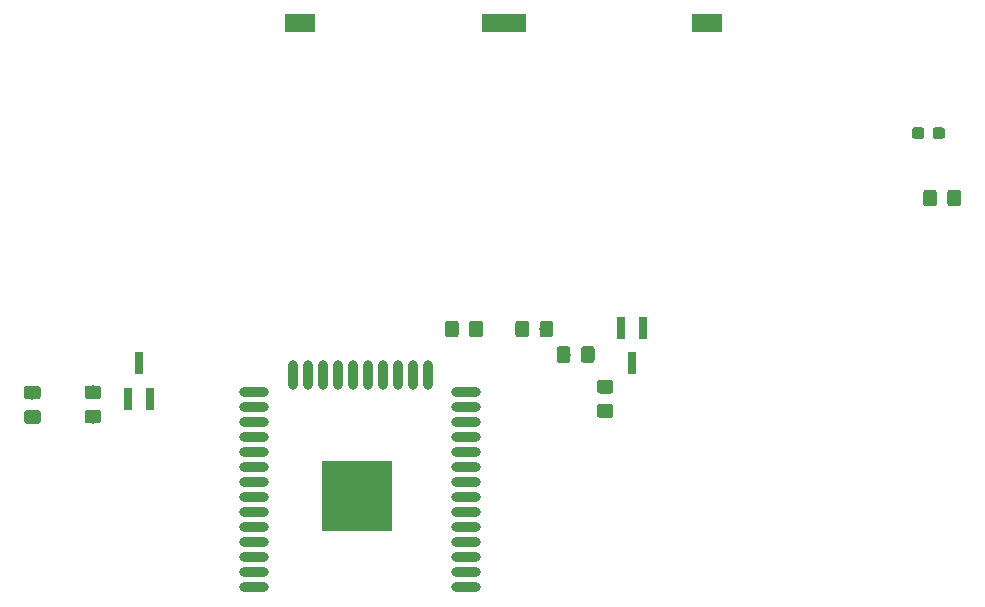
<source format=gbr>
G04 #@! TF.GenerationSoftware,KiCad,Pcbnew,(5.0.0)*
G04 #@! TF.CreationDate,2018-08-08T12:39:13+01:00*
G04 #@! TF.ProjectId,domenode,646F6D656E6F64652E6B696361645F70,rev?*
G04 #@! TF.SameCoordinates,Original*
G04 #@! TF.FileFunction,Paste,Bot*
G04 #@! TF.FilePolarity,Positive*
%FSLAX46Y46*%
G04 Gerber Fmt 4.6, Leading zero omitted, Abs format (unit mm)*
G04 Created by KiCad (PCBNEW (5.0.0)) date 08/08/18 12:39:15*
%MOMM*%
%LPD*%
G01*
G04 APERTURE LIST*
%ADD10R,2.540000X1.524000*%
%ADD11O,2.500000X0.900000*%
%ADD12O,0.900000X2.500000*%
%ADD13R,6.000000X6.000000*%
%ADD14C,0.100000*%
%ADD15C,0.950000*%
%ADD16C,1.150000*%
%ADD17R,0.800000X1.900000*%
G04 APERTURE END LIST*
D10*
G04 #@! TO.C,J19*
X147810000Y-90422000D03*
X131205000Y-90422000D03*
G04 #@! TD*
G04 #@! TO.C,J20*
X165594000Y-90422000D03*
X148989000Y-90422000D03*
G04 #@! TD*
D11*
G04 #@! TO.C,U3*
X145250000Y-138200000D03*
X145250000Y-136930000D03*
X145250000Y-135660000D03*
X145250000Y-134390000D03*
X145250000Y-133120000D03*
X145250000Y-131850000D03*
X145250000Y-130580000D03*
X145250000Y-129310000D03*
X145250000Y-128040000D03*
X145250000Y-126770000D03*
X145250000Y-125500000D03*
X145250000Y-124230000D03*
X145250000Y-122960000D03*
X145250000Y-121690000D03*
D12*
X141965000Y-120200000D03*
X140695000Y-120200000D03*
X139425000Y-120200000D03*
X138155000Y-120200000D03*
X136885000Y-120200000D03*
X135615000Y-120200000D03*
X134345000Y-120200000D03*
X133075000Y-120200000D03*
X131805000Y-120200000D03*
X130535000Y-120200000D03*
D11*
X127250000Y-121690000D03*
X127250000Y-122960000D03*
X127250000Y-124230000D03*
X127250000Y-125500000D03*
X127250000Y-126770000D03*
X127250000Y-128040000D03*
X127250000Y-129310000D03*
X127250000Y-130580000D03*
X127250000Y-131850000D03*
X127250000Y-133120000D03*
X127250000Y-134390000D03*
X127250000Y-135660000D03*
X127250000Y-136930000D03*
X127250000Y-138200000D03*
D13*
X135950000Y-130500000D03*
G04 #@! TD*
D14*
G04 #@! TO.C,C14*
G36*
X183810779Y-99276144D02*
X183833834Y-99279563D01*
X183856443Y-99285227D01*
X183878387Y-99293079D01*
X183899457Y-99303044D01*
X183919448Y-99315026D01*
X183938168Y-99328910D01*
X183955438Y-99344562D01*
X183971090Y-99361832D01*
X183984974Y-99380552D01*
X183996956Y-99400543D01*
X184006921Y-99421613D01*
X184014773Y-99443557D01*
X184020437Y-99466166D01*
X184023856Y-99489221D01*
X184025000Y-99512500D01*
X184025000Y-99987500D01*
X184023856Y-100010779D01*
X184020437Y-100033834D01*
X184014773Y-100056443D01*
X184006921Y-100078387D01*
X183996956Y-100099457D01*
X183984974Y-100119448D01*
X183971090Y-100138168D01*
X183955438Y-100155438D01*
X183938168Y-100171090D01*
X183919448Y-100184974D01*
X183899457Y-100196956D01*
X183878387Y-100206921D01*
X183856443Y-100214773D01*
X183833834Y-100220437D01*
X183810779Y-100223856D01*
X183787500Y-100225000D01*
X183212500Y-100225000D01*
X183189221Y-100223856D01*
X183166166Y-100220437D01*
X183143557Y-100214773D01*
X183121613Y-100206921D01*
X183100543Y-100196956D01*
X183080552Y-100184974D01*
X183061832Y-100171090D01*
X183044562Y-100155438D01*
X183028910Y-100138168D01*
X183015026Y-100119448D01*
X183003044Y-100099457D01*
X182993079Y-100078387D01*
X182985227Y-100056443D01*
X182979563Y-100033834D01*
X182976144Y-100010779D01*
X182975000Y-99987500D01*
X182975000Y-99512500D01*
X182976144Y-99489221D01*
X182979563Y-99466166D01*
X182985227Y-99443557D01*
X182993079Y-99421613D01*
X183003044Y-99400543D01*
X183015026Y-99380552D01*
X183028910Y-99361832D01*
X183044562Y-99344562D01*
X183061832Y-99328910D01*
X183080552Y-99315026D01*
X183100543Y-99303044D01*
X183121613Y-99293079D01*
X183143557Y-99285227D01*
X183166166Y-99279563D01*
X183189221Y-99276144D01*
X183212500Y-99275000D01*
X183787500Y-99275000D01*
X183810779Y-99276144D01*
X183810779Y-99276144D01*
G37*
D15*
X183500000Y-99750000D03*
D14*
G36*
X185560779Y-99276144D02*
X185583834Y-99279563D01*
X185606443Y-99285227D01*
X185628387Y-99293079D01*
X185649457Y-99303044D01*
X185669448Y-99315026D01*
X185688168Y-99328910D01*
X185705438Y-99344562D01*
X185721090Y-99361832D01*
X185734974Y-99380552D01*
X185746956Y-99400543D01*
X185756921Y-99421613D01*
X185764773Y-99443557D01*
X185770437Y-99466166D01*
X185773856Y-99489221D01*
X185775000Y-99512500D01*
X185775000Y-99987500D01*
X185773856Y-100010779D01*
X185770437Y-100033834D01*
X185764773Y-100056443D01*
X185756921Y-100078387D01*
X185746956Y-100099457D01*
X185734974Y-100119448D01*
X185721090Y-100138168D01*
X185705438Y-100155438D01*
X185688168Y-100171090D01*
X185669448Y-100184974D01*
X185649457Y-100196956D01*
X185628387Y-100206921D01*
X185606443Y-100214773D01*
X185583834Y-100220437D01*
X185560779Y-100223856D01*
X185537500Y-100225000D01*
X184962500Y-100225000D01*
X184939221Y-100223856D01*
X184916166Y-100220437D01*
X184893557Y-100214773D01*
X184871613Y-100206921D01*
X184850543Y-100196956D01*
X184830552Y-100184974D01*
X184811832Y-100171090D01*
X184794562Y-100155438D01*
X184778910Y-100138168D01*
X184765026Y-100119448D01*
X184753044Y-100099457D01*
X184743079Y-100078387D01*
X184735227Y-100056443D01*
X184729563Y-100033834D01*
X184726144Y-100010779D01*
X184725000Y-99987500D01*
X184725000Y-99512500D01*
X184726144Y-99489221D01*
X184729563Y-99466166D01*
X184735227Y-99443557D01*
X184743079Y-99421613D01*
X184753044Y-99400543D01*
X184765026Y-99380552D01*
X184778910Y-99361832D01*
X184794562Y-99344562D01*
X184811832Y-99328910D01*
X184830552Y-99315026D01*
X184850543Y-99303044D01*
X184871613Y-99293079D01*
X184893557Y-99285227D01*
X184916166Y-99279563D01*
X184939221Y-99276144D01*
X184962500Y-99275000D01*
X185537500Y-99275000D01*
X185560779Y-99276144D01*
X185560779Y-99276144D01*
G37*
D15*
X185250000Y-99750000D03*
G04 #@! TD*
D14*
G04 #@! TO.C,R1*
G36*
X144367505Y-115633204D02*
X144391773Y-115636804D01*
X144415572Y-115642765D01*
X144438671Y-115651030D01*
X144460850Y-115661520D01*
X144481893Y-115674132D01*
X144501599Y-115688747D01*
X144519777Y-115705223D01*
X144536253Y-115723401D01*
X144550868Y-115743107D01*
X144563480Y-115764150D01*
X144573970Y-115786329D01*
X144582235Y-115809428D01*
X144588196Y-115833227D01*
X144591796Y-115857495D01*
X144593000Y-115881999D01*
X144593000Y-116782001D01*
X144591796Y-116806505D01*
X144588196Y-116830773D01*
X144582235Y-116854572D01*
X144573970Y-116877671D01*
X144563480Y-116899850D01*
X144550868Y-116920893D01*
X144536253Y-116940599D01*
X144519777Y-116958777D01*
X144501599Y-116975253D01*
X144481893Y-116989868D01*
X144460850Y-117002480D01*
X144438671Y-117012970D01*
X144415572Y-117021235D01*
X144391773Y-117027196D01*
X144367505Y-117030796D01*
X144343001Y-117032000D01*
X143692999Y-117032000D01*
X143668495Y-117030796D01*
X143644227Y-117027196D01*
X143620428Y-117021235D01*
X143597329Y-117012970D01*
X143575150Y-117002480D01*
X143554107Y-116989868D01*
X143534401Y-116975253D01*
X143516223Y-116958777D01*
X143499747Y-116940599D01*
X143485132Y-116920893D01*
X143472520Y-116899850D01*
X143462030Y-116877671D01*
X143453765Y-116854572D01*
X143447804Y-116830773D01*
X143444204Y-116806505D01*
X143443000Y-116782001D01*
X143443000Y-115881999D01*
X143444204Y-115857495D01*
X143447804Y-115833227D01*
X143453765Y-115809428D01*
X143462030Y-115786329D01*
X143472520Y-115764150D01*
X143485132Y-115743107D01*
X143499747Y-115723401D01*
X143516223Y-115705223D01*
X143534401Y-115688747D01*
X143554107Y-115674132D01*
X143575150Y-115661520D01*
X143597329Y-115651030D01*
X143620428Y-115642765D01*
X143644227Y-115636804D01*
X143668495Y-115633204D01*
X143692999Y-115632000D01*
X144343001Y-115632000D01*
X144367505Y-115633204D01*
X144367505Y-115633204D01*
G37*
D16*
X144018000Y-116332000D03*
D14*
G36*
X146417505Y-115633204D02*
X146441773Y-115636804D01*
X146465572Y-115642765D01*
X146488671Y-115651030D01*
X146510850Y-115661520D01*
X146531893Y-115674132D01*
X146551599Y-115688747D01*
X146569777Y-115705223D01*
X146586253Y-115723401D01*
X146600868Y-115743107D01*
X146613480Y-115764150D01*
X146623970Y-115786329D01*
X146632235Y-115809428D01*
X146638196Y-115833227D01*
X146641796Y-115857495D01*
X146643000Y-115881999D01*
X146643000Y-116782001D01*
X146641796Y-116806505D01*
X146638196Y-116830773D01*
X146632235Y-116854572D01*
X146623970Y-116877671D01*
X146613480Y-116899850D01*
X146600868Y-116920893D01*
X146586253Y-116940599D01*
X146569777Y-116958777D01*
X146551599Y-116975253D01*
X146531893Y-116989868D01*
X146510850Y-117002480D01*
X146488671Y-117012970D01*
X146465572Y-117021235D01*
X146441773Y-117027196D01*
X146417505Y-117030796D01*
X146393001Y-117032000D01*
X145742999Y-117032000D01*
X145718495Y-117030796D01*
X145694227Y-117027196D01*
X145670428Y-117021235D01*
X145647329Y-117012970D01*
X145625150Y-117002480D01*
X145604107Y-116989868D01*
X145584401Y-116975253D01*
X145566223Y-116958777D01*
X145549747Y-116940599D01*
X145535132Y-116920893D01*
X145522520Y-116899850D01*
X145512030Y-116877671D01*
X145503765Y-116854572D01*
X145497804Y-116830773D01*
X145494204Y-116806505D01*
X145493000Y-116782001D01*
X145493000Y-115881999D01*
X145494204Y-115857495D01*
X145497804Y-115833227D01*
X145503765Y-115809428D01*
X145512030Y-115786329D01*
X145522520Y-115764150D01*
X145535132Y-115743107D01*
X145549747Y-115723401D01*
X145566223Y-115705223D01*
X145584401Y-115688747D01*
X145604107Y-115674132D01*
X145625150Y-115661520D01*
X145647329Y-115651030D01*
X145670428Y-115642765D01*
X145694227Y-115636804D01*
X145718495Y-115633204D01*
X145742999Y-115632000D01*
X146393001Y-115632000D01*
X146417505Y-115633204D01*
X146417505Y-115633204D01*
G37*
D16*
X146068000Y-116332000D03*
G04 #@! TD*
D14*
G04 #@! TO.C,R2*
G36*
X108974505Y-123201204D02*
X108998773Y-123204804D01*
X109022572Y-123210765D01*
X109045671Y-123219030D01*
X109067850Y-123229520D01*
X109088893Y-123242132D01*
X109108599Y-123256747D01*
X109126777Y-123273223D01*
X109143253Y-123291401D01*
X109157868Y-123311107D01*
X109170480Y-123332150D01*
X109180970Y-123354329D01*
X109189235Y-123377428D01*
X109195196Y-123401227D01*
X109198796Y-123425495D01*
X109200000Y-123449999D01*
X109200000Y-124100001D01*
X109198796Y-124124505D01*
X109195196Y-124148773D01*
X109189235Y-124172572D01*
X109180970Y-124195671D01*
X109170480Y-124217850D01*
X109157868Y-124238893D01*
X109143253Y-124258599D01*
X109126777Y-124276777D01*
X109108599Y-124293253D01*
X109088893Y-124307868D01*
X109067850Y-124320480D01*
X109045671Y-124330970D01*
X109022572Y-124339235D01*
X108998773Y-124345196D01*
X108974505Y-124348796D01*
X108950001Y-124350000D01*
X108049999Y-124350000D01*
X108025495Y-124348796D01*
X108001227Y-124345196D01*
X107977428Y-124339235D01*
X107954329Y-124330970D01*
X107932150Y-124320480D01*
X107911107Y-124307868D01*
X107891401Y-124293253D01*
X107873223Y-124276777D01*
X107856747Y-124258599D01*
X107842132Y-124238893D01*
X107829520Y-124217850D01*
X107819030Y-124195671D01*
X107810765Y-124172572D01*
X107804804Y-124148773D01*
X107801204Y-124124505D01*
X107800000Y-124100001D01*
X107800000Y-123449999D01*
X107801204Y-123425495D01*
X107804804Y-123401227D01*
X107810765Y-123377428D01*
X107819030Y-123354329D01*
X107829520Y-123332150D01*
X107842132Y-123311107D01*
X107856747Y-123291401D01*
X107873223Y-123273223D01*
X107891401Y-123256747D01*
X107911107Y-123242132D01*
X107932150Y-123229520D01*
X107954329Y-123219030D01*
X107977428Y-123210765D01*
X108001227Y-123204804D01*
X108025495Y-123201204D01*
X108049999Y-123200000D01*
X108950001Y-123200000D01*
X108974505Y-123201204D01*
X108974505Y-123201204D01*
G37*
D16*
X108500000Y-123775000D03*
D14*
G36*
X108974505Y-121151204D02*
X108998773Y-121154804D01*
X109022572Y-121160765D01*
X109045671Y-121169030D01*
X109067850Y-121179520D01*
X109088893Y-121192132D01*
X109108599Y-121206747D01*
X109126777Y-121223223D01*
X109143253Y-121241401D01*
X109157868Y-121261107D01*
X109170480Y-121282150D01*
X109180970Y-121304329D01*
X109189235Y-121327428D01*
X109195196Y-121351227D01*
X109198796Y-121375495D01*
X109200000Y-121399999D01*
X109200000Y-122050001D01*
X109198796Y-122074505D01*
X109195196Y-122098773D01*
X109189235Y-122122572D01*
X109180970Y-122145671D01*
X109170480Y-122167850D01*
X109157868Y-122188893D01*
X109143253Y-122208599D01*
X109126777Y-122226777D01*
X109108599Y-122243253D01*
X109088893Y-122257868D01*
X109067850Y-122270480D01*
X109045671Y-122280970D01*
X109022572Y-122289235D01*
X108998773Y-122295196D01*
X108974505Y-122298796D01*
X108950001Y-122300000D01*
X108049999Y-122300000D01*
X108025495Y-122298796D01*
X108001227Y-122295196D01*
X107977428Y-122289235D01*
X107954329Y-122280970D01*
X107932150Y-122270480D01*
X107911107Y-122257868D01*
X107891401Y-122243253D01*
X107873223Y-122226777D01*
X107856747Y-122208599D01*
X107842132Y-122188893D01*
X107829520Y-122167850D01*
X107819030Y-122145671D01*
X107810765Y-122122572D01*
X107804804Y-122098773D01*
X107801204Y-122074505D01*
X107800000Y-122050001D01*
X107800000Y-121399999D01*
X107801204Y-121375495D01*
X107804804Y-121351227D01*
X107810765Y-121327428D01*
X107819030Y-121304329D01*
X107829520Y-121282150D01*
X107842132Y-121261107D01*
X107856747Y-121241401D01*
X107873223Y-121223223D01*
X107891401Y-121206747D01*
X107911107Y-121192132D01*
X107932150Y-121179520D01*
X107954329Y-121169030D01*
X107977428Y-121160765D01*
X108001227Y-121154804D01*
X108025495Y-121151204D01*
X108049999Y-121150000D01*
X108950001Y-121150000D01*
X108974505Y-121151204D01*
X108974505Y-121151204D01*
G37*
D16*
X108500000Y-121725000D03*
G04 #@! TD*
D14*
G04 #@! TO.C,R3*
G36*
X114093505Y-123176204D02*
X114117773Y-123179804D01*
X114141572Y-123185765D01*
X114164671Y-123194030D01*
X114186850Y-123204520D01*
X114207893Y-123217132D01*
X114227599Y-123231747D01*
X114245777Y-123248223D01*
X114262253Y-123266401D01*
X114276868Y-123286107D01*
X114289480Y-123307150D01*
X114299970Y-123329329D01*
X114308235Y-123352428D01*
X114314196Y-123376227D01*
X114317796Y-123400495D01*
X114319000Y-123424999D01*
X114319000Y-124075001D01*
X114317796Y-124099505D01*
X114314196Y-124123773D01*
X114308235Y-124147572D01*
X114299970Y-124170671D01*
X114289480Y-124192850D01*
X114276868Y-124213893D01*
X114262253Y-124233599D01*
X114245777Y-124251777D01*
X114227599Y-124268253D01*
X114207893Y-124282868D01*
X114186850Y-124295480D01*
X114164671Y-124305970D01*
X114141572Y-124314235D01*
X114117773Y-124320196D01*
X114093505Y-124323796D01*
X114069001Y-124325000D01*
X113168999Y-124325000D01*
X113144495Y-124323796D01*
X113120227Y-124320196D01*
X113096428Y-124314235D01*
X113073329Y-124305970D01*
X113051150Y-124295480D01*
X113030107Y-124282868D01*
X113010401Y-124268253D01*
X112992223Y-124251777D01*
X112975747Y-124233599D01*
X112961132Y-124213893D01*
X112948520Y-124192850D01*
X112938030Y-124170671D01*
X112929765Y-124147572D01*
X112923804Y-124123773D01*
X112920204Y-124099505D01*
X112919000Y-124075001D01*
X112919000Y-123424999D01*
X112920204Y-123400495D01*
X112923804Y-123376227D01*
X112929765Y-123352428D01*
X112938030Y-123329329D01*
X112948520Y-123307150D01*
X112961132Y-123286107D01*
X112975747Y-123266401D01*
X112992223Y-123248223D01*
X113010401Y-123231747D01*
X113030107Y-123217132D01*
X113051150Y-123204520D01*
X113073329Y-123194030D01*
X113096428Y-123185765D01*
X113120227Y-123179804D01*
X113144495Y-123176204D01*
X113168999Y-123175000D01*
X114069001Y-123175000D01*
X114093505Y-123176204D01*
X114093505Y-123176204D01*
G37*
D16*
X113619000Y-123750000D03*
D14*
G36*
X114093505Y-121126204D02*
X114117773Y-121129804D01*
X114141572Y-121135765D01*
X114164671Y-121144030D01*
X114186850Y-121154520D01*
X114207893Y-121167132D01*
X114227599Y-121181747D01*
X114245777Y-121198223D01*
X114262253Y-121216401D01*
X114276868Y-121236107D01*
X114289480Y-121257150D01*
X114299970Y-121279329D01*
X114308235Y-121302428D01*
X114314196Y-121326227D01*
X114317796Y-121350495D01*
X114319000Y-121374999D01*
X114319000Y-122025001D01*
X114317796Y-122049505D01*
X114314196Y-122073773D01*
X114308235Y-122097572D01*
X114299970Y-122120671D01*
X114289480Y-122142850D01*
X114276868Y-122163893D01*
X114262253Y-122183599D01*
X114245777Y-122201777D01*
X114227599Y-122218253D01*
X114207893Y-122232868D01*
X114186850Y-122245480D01*
X114164671Y-122255970D01*
X114141572Y-122264235D01*
X114117773Y-122270196D01*
X114093505Y-122273796D01*
X114069001Y-122275000D01*
X113168999Y-122275000D01*
X113144495Y-122273796D01*
X113120227Y-122270196D01*
X113096428Y-122264235D01*
X113073329Y-122255970D01*
X113051150Y-122245480D01*
X113030107Y-122232868D01*
X113010401Y-122218253D01*
X112992223Y-122201777D01*
X112975747Y-122183599D01*
X112961132Y-122163893D01*
X112948520Y-122142850D01*
X112938030Y-122120671D01*
X112929765Y-122097572D01*
X112923804Y-122073773D01*
X112920204Y-122049505D01*
X112919000Y-122025001D01*
X112919000Y-121374999D01*
X112920204Y-121350495D01*
X112923804Y-121326227D01*
X112929765Y-121302428D01*
X112938030Y-121279329D01*
X112948520Y-121257150D01*
X112961132Y-121236107D01*
X112975747Y-121216401D01*
X112992223Y-121198223D01*
X113010401Y-121181747D01*
X113030107Y-121167132D01*
X113051150Y-121154520D01*
X113073329Y-121144030D01*
X113096428Y-121135765D01*
X113120227Y-121129804D01*
X113144495Y-121126204D01*
X113168999Y-121125000D01*
X114069001Y-121125000D01*
X114093505Y-121126204D01*
X114093505Y-121126204D01*
G37*
D16*
X113619000Y-121700000D03*
G04 #@! TD*
D14*
G04 #@! TO.C,R4*
G36*
X150324505Y-115633204D02*
X150348773Y-115636804D01*
X150372572Y-115642765D01*
X150395671Y-115651030D01*
X150417850Y-115661520D01*
X150438893Y-115674132D01*
X150458599Y-115688747D01*
X150476777Y-115705223D01*
X150493253Y-115723401D01*
X150507868Y-115743107D01*
X150520480Y-115764150D01*
X150530970Y-115786329D01*
X150539235Y-115809428D01*
X150545196Y-115833227D01*
X150548796Y-115857495D01*
X150550000Y-115881999D01*
X150550000Y-116782001D01*
X150548796Y-116806505D01*
X150545196Y-116830773D01*
X150539235Y-116854572D01*
X150530970Y-116877671D01*
X150520480Y-116899850D01*
X150507868Y-116920893D01*
X150493253Y-116940599D01*
X150476777Y-116958777D01*
X150458599Y-116975253D01*
X150438893Y-116989868D01*
X150417850Y-117002480D01*
X150395671Y-117012970D01*
X150372572Y-117021235D01*
X150348773Y-117027196D01*
X150324505Y-117030796D01*
X150300001Y-117032000D01*
X149649999Y-117032000D01*
X149625495Y-117030796D01*
X149601227Y-117027196D01*
X149577428Y-117021235D01*
X149554329Y-117012970D01*
X149532150Y-117002480D01*
X149511107Y-116989868D01*
X149491401Y-116975253D01*
X149473223Y-116958777D01*
X149456747Y-116940599D01*
X149442132Y-116920893D01*
X149429520Y-116899850D01*
X149419030Y-116877671D01*
X149410765Y-116854572D01*
X149404804Y-116830773D01*
X149401204Y-116806505D01*
X149400000Y-116782001D01*
X149400000Y-115881999D01*
X149401204Y-115857495D01*
X149404804Y-115833227D01*
X149410765Y-115809428D01*
X149419030Y-115786329D01*
X149429520Y-115764150D01*
X149442132Y-115743107D01*
X149456747Y-115723401D01*
X149473223Y-115705223D01*
X149491401Y-115688747D01*
X149511107Y-115674132D01*
X149532150Y-115661520D01*
X149554329Y-115651030D01*
X149577428Y-115642765D01*
X149601227Y-115636804D01*
X149625495Y-115633204D01*
X149649999Y-115632000D01*
X150300001Y-115632000D01*
X150324505Y-115633204D01*
X150324505Y-115633204D01*
G37*
D16*
X149975000Y-116332000D03*
D14*
G36*
X152374505Y-115633204D02*
X152398773Y-115636804D01*
X152422572Y-115642765D01*
X152445671Y-115651030D01*
X152467850Y-115661520D01*
X152488893Y-115674132D01*
X152508599Y-115688747D01*
X152526777Y-115705223D01*
X152543253Y-115723401D01*
X152557868Y-115743107D01*
X152570480Y-115764150D01*
X152580970Y-115786329D01*
X152589235Y-115809428D01*
X152595196Y-115833227D01*
X152598796Y-115857495D01*
X152600000Y-115881999D01*
X152600000Y-116782001D01*
X152598796Y-116806505D01*
X152595196Y-116830773D01*
X152589235Y-116854572D01*
X152580970Y-116877671D01*
X152570480Y-116899850D01*
X152557868Y-116920893D01*
X152543253Y-116940599D01*
X152526777Y-116958777D01*
X152508599Y-116975253D01*
X152488893Y-116989868D01*
X152467850Y-117002480D01*
X152445671Y-117012970D01*
X152422572Y-117021235D01*
X152398773Y-117027196D01*
X152374505Y-117030796D01*
X152350001Y-117032000D01*
X151699999Y-117032000D01*
X151675495Y-117030796D01*
X151651227Y-117027196D01*
X151627428Y-117021235D01*
X151604329Y-117012970D01*
X151582150Y-117002480D01*
X151561107Y-116989868D01*
X151541401Y-116975253D01*
X151523223Y-116958777D01*
X151506747Y-116940599D01*
X151492132Y-116920893D01*
X151479520Y-116899850D01*
X151469030Y-116877671D01*
X151460765Y-116854572D01*
X151454804Y-116830773D01*
X151451204Y-116806505D01*
X151450000Y-116782001D01*
X151450000Y-115881999D01*
X151451204Y-115857495D01*
X151454804Y-115833227D01*
X151460765Y-115809428D01*
X151469030Y-115786329D01*
X151479520Y-115764150D01*
X151492132Y-115743107D01*
X151506747Y-115723401D01*
X151523223Y-115705223D01*
X151541401Y-115688747D01*
X151561107Y-115674132D01*
X151582150Y-115661520D01*
X151604329Y-115651030D01*
X151627428Y-115642765D01*
X151651227Y-115636804D01*
X151675495Y-115633204D01*
X151699999Y-115632000D01*
X152350001Y-115632000D01*
X152374505Y-115633204D01*
X152374505Y-115633204D01*
G37*
D16*
X152025000Y-116332000D03*
G04 #@! TD*
D14*
G04 #@! TO.C,R15*
G36*
X153824505Y-117801204D02*
X153848773Y-117804804D01*
X153872572Y-117810765D01*
X153895671Y-117819030D01*
X153917850Y-117829520D01*
X153938893Y-117842132D01*
X153958599Y-117856747D01*
X153976777Y-117873223D01*
X153993253Y-117891401D01*
X154007868Y-117911107D01*
X154020480Y-117932150D01*
X154030970Y-117954329D01*
X154039235Y-117977428D01*
X154045196Y-118001227D01*
X154048796Y-118025495D01*
X154050000Y-118049999D01*
X154050000Y-118950001D01*
X154048796Y-118974505D01*
X154045196Y-118998773D01*
X154039235Y-119022572D01*
X154030970Y-119045671D01*
X154020480Y-119067850D01*
X154007868Y-119088893D01*
X153993253Y-119108599D01*
X153976777Y-119126777D01*
X153958599Y-119143253D01*
X153938893Y-119157868D01*
X153917850Y-119170480D01*
X153895671Y-119180970D01*
X153872572Y-119189235D01*
X153848773Y-119195196D01*
X153824505Y-119198796D01*
X153800001Y-119200000D01*
X153149999Y-119200000D01*
X153125495Y-119198796D01*
X153101227Y-119195196D01*
X153077428Y-119189235D01*
X153054329Y-119180970D01*
X153032150Y-119170480D01*
X153011107Y-119157868D01*
X152991401Y-119143253D01*
X152973223Y-119126777D01*
X152956747Y-119108599D01*
X152942132Y-119088893D01*
X152929520Y-119067850D01*
X152919030Y-119045671D01*
X152910765Y-119022572D01*
X152904804Y-118998773D01*
X152901204Y-118974505D01*
X152900000Y-118950001D01*
X152900000Y-118049999D01*
X152901204Y-118025495D01*
X152904804Y-118001227D01*
X152910765Y-117977428D01*
X152919030Y-117954329D01*
X152929520Y-117932150D01*
X152942132Y-117911107D01*
X152956747Y-117891401D01*
X152973223Y-117873223D01*
X152991401Y-117856747D01*
X153011107Y-117842132D01*
X153032150Y-117829520D01*
X153054329Y-117819030D01*
X153077428Y-117810765D01*
X153101227Y-117804804D01*
X153125495Y-117801204D01*
X153149999Y-117800000D01*
X153800001Y-117800000D01*
X153824505Y-117801204D01*
X153824505Y-117801204D01*
G37*
D16*
X153475000Y-118500000D03*
D14*
G36*
X155874505Y-117801204D02*
X155898773Y-117804804D01*
X155922572Y-117810765D01*
X155945671Y-117819030D01*
X155967850Y-117829520D01*
X155988893Y-117842132D01*
X156008599Y-117856747D01*
X156026777Y-117873223D01*
X156043253Y-117891401D01*
X156057868Y-117911107D01*
X156070480Y-117932150D01*
X156080970Y-117954329D01*
X156089235Y-117977428D01*
X156095196Y-118001227D01*
X156098796Y-118025495D01*
X156100000Y-118049999D01*
X156100000Y-118950001D01*
X156098796Y-118974505D01*
X156095196Y-118998773D01*
X156089235Y-119022572D01*
X156080970Y-119045671D01*
X156070480Y-119067850D01*
X156057868Y-119088893D01*
X156043253Y-119108599D01*
X156026777Y-119126777D01*
X156008599Y-119143253D01*
X155988893Y-119157868D01*
X155967850Y-119170480D01*
X155945671Y-119180970D01*
X155922572Y-119189235D01*
X155898773Y-119195196D01*
X155874505Y-119198796D01*
X155850001Y-119200000D01*
X155199999Y-119200000D01*
X155175495Y-119198796D01*
X155151227Y-119195196D01*
X155127428Y-119189235D01*
X155104329Y-119180970D01*
X155082150Y-119170480D01*
X155061107Y-119157868D01*
X155041401Y-119143253D01*
X155023223Y-119126777D01*
X155006747Y-119108599D01*
X154992132Y-119088893D01*
X154979520Y-119067850D01*
X154969030Y-119045671D01*
X154960765Y-119022572D01*
X154954804Y-118998773D01*
X154951204Y-118974505D01*
X154950000Y-118950001D01*
X154950000Y-118049999D01*
X154951204Y-118025495D01*
X154954804Y-118001227D01*
X154960765Y-117977428D01*
X154969030Y-117954329D01*
X154979520Y-117932150D01*
X154992132Y-117911107D01*
X155006747Y-117891401D01*
X155023223Y-117873223D01*
X155041401Y-117856747D01*
X155061107Y-117842132D01*
X155082150Y-117829520D01*
X155104329Y-117819030D01*
X155127428Y-117810765D01*
X155151227Y-117804804D01*
X155175495Y-117801204D01*
X155199999Y-117800000D01*
X155850001Y-117800000D01*
X155874505Y-117801204D01*
X155874505Y-117801204D01*
G37*
D16*
X155525000Y-118500000D03*
G04 #@! TD*
D14*
G04 #@! TO.C,R16*
G36*
X157474505Y-122701204D02*
X157498773Y-122704804D01*
X157522572Y-122710765D01*
X157545671Y-122719030D01*
X157567850Y-122729520D01*
X157588893Y-122742132D01*
X157608599Y-122756747D01*
X157626777Y-122773223D01*
X157643253Y-122791401D01*
X157657868Y-122811107D01*
X157670480Y-122832150D01*
X157680970Y-122854329D01*
X157689235Y-122877428D01*
X157695196Y-122901227D01*
X157698796Y-122925495D01*
X157700000Y-122949999D01*
X157700000Y-123600001D01*
X157698796Y-123624505D01*
X157695196Y-123648773D01*
X157689235Y-123672572D01*
X157680970Y-123695671D01*
X157670480Y-123717850D01*
X157657868Y-123738893D01*
X157643253Y-123758599D01*
X157626777Y-123776777D01*
X157608599Y-123793253D01*
X157588893Y-123807868D01*
X157567850Y-123820480D01*
X157545671Y-123830970D01*
X157522572Y-123839235D01*
X157498773Y-123845196D01*
X157474505Y-123848796D01*
X157450001Y-123850000D01*
X156549999Y-123850000D01*
X156525495Y-123848796D01*
X156501227Y-123845196D01*
X156477428Y-123839235D01*
X156454329Y-123830970D01*
X156432150Y-123820480D01*
X156411107Y-123807868D01*
X156391401Y-123793253D01*
X156373223Y-123776777D01*
X156356747Y-123758599D01*
X156342132Y-123738893D01*
X156329520Y-123717850D01*
X156319030Y-123695671D01*
X156310765Y-123672572D01*
X156304804Y-123648773D01*
X156301204Y-123624505D01*
X156300000Y-123600001D01*
X156300000Y-122949999D01*
X156301204Y-122925495D01*
X156304804Y-122901227D01*
X156310765Y-122877428D01*
X156319030Y-122854329D01*
X156329520Y-122832150D01*
X156342132Y-122811107D01*
X156356747Y-122791401D01*
X156373223Y-122773223D01*
X156391401Y-122756747D01*
X156411107Y-122742132D01*
X156432150Y-122729520D01*
X156454329Y-122719030D01*
X156477428Y-122710765D01*
X156501227Y-122704804D01*
X156525495Y-122701204D01*
X156549999Y-122700000D01*
X157450001Y-122700000D01*
X157474505Y-122701204D01*
X157474505Y-122701204D01*
G37*
D16*
X157000000Y-123275000D03*
D14*
G36*
X157474505Y-120651204D02*
X157498773Y-120654804D01*
X157522572Y-120660765D01*
X157545671Y-120669030D01*
X157567850Y-120679520D01*
X157588893Y-120692132D01*
X157608599Y-120706747D01*
X157626777Y-120723223D01*
X157643253Y-120741401D01*
X157657868Y-120761107D01*
X157670480Y-120782150D01*
X157680970Y-120804329D01*
X157689235Y-120827428D01*
X157695196Y-120851227D01*
X157698796Y-120875495D01*
X157700000Y-120899999D01*
X157700000Y-121550001D01*
X157698796Y-121574505D01*
X157695196Y-121598773D01*
X157689235Y-121622572D01*
X157680970Y-121645671D01*
X157670480Y-121667850D01*
X157657868Y-121688893D01*
X157643253Y-121708599D01*
X157626777Y-121726777D01*
X157608599Y-121743253D01*
X157588893Y-121757868D01*
X157567850Y-121770480D01*
X157545671Y-121780970D01*
X157522572Y-121789235D01*
X157498773Y-121795196D01*
X157474505Y-121798796D01*
X157450001Y-121800000D01*
X156549999Y-121800000D01*
X156525495Y-121798796D01*
X156501227Y-121795196D01*
X156477428Y-121789235D01*
X156454329Y-121780970D01*
X156432150Y-121770480D01*
X156411107Y-121757868D01*
X156391401Y-121743253D01*
X156373223Y-121726777D01*
X156356747Y-121708599D01*
X156342132Y-121688893D01*
X156329520Y-121667850D01*
X156319030Y-121645671D01*
X156310765Y-121622572D01*
X156304804Y-121598773D01*
X156301204Y-121574505D01*
X156300000Y-121550001D01*
X156300000Y-120899999D01*
X156301204Y-120875495D01*
X156304804Y-120851227D01*
X156310765Y-120827428D01*
X156319030Y-120804329D01*
X156329520Y-120782150D01*
X156342132Y-120761107D01*
X156356747Y-120741401D01*
X156373223Y-120723223D01*
X156391401Y-120706747D01*
X156411107Y-120692132D01*
X156432150Y-120679520D01*
X156454329Y-120669030D01*
X156477428Y-120660765D01*
X156501227Y-120654804D01*
X156525495Y-120651204D01*
X156549999Y-120650000D01*
X157450001Y-120650000D01*
X157474505Y-120651204D01*
X157474505Y-120651204D01*
G37*
D16*
X157000000Y-121225000D03*
G04 #@! TD*
D14*
G04 #@! TO.C,R17*
G36*
X184849505Y-104551204D02*
X184873773Y-104554804D01*
X184897572Y-104560765D01*
X184920671Y-104569030D01*
X184942850Y-104579520D01*
X184963893Y-104592132D01*
X184983599Y-104606747D01*
X185001777Y-104623223D01*
X185018253Y-104641401D01*
X185032868Y-104661107D01*
X185045480Y-104682150D01*
X185055970Y-104704329D01*
X185064235Y-104727428D01*
X185070196Y-104751227D01*
X185073796Y-104775495D01*
X185075000Y-104799999D01*
X185075000Y-105700001D01*
X185073796Y-105724505D01*
X185070196Y-105748773D01*
X185064235Y-105772572D01*
X185055970Y-105795671D01*
X185045480Y-105817850D01*
X185032868Y-105838893D01*
X185018253Y-105858599D01*
X185001777Y-105876777D01*
X184983599Y-105893253D01*
X184963893Y-105907868D01*
X184942850Y-105920480D01*
X184920671Y-105930970D01*
X184897572Y-105939235D01*
X184873773Y-105945196D01*
X184849505Y-105948796D01*
X184825001Y-105950000D01*
X184174999Y-105950000D01*
X184150495Y-105948796D01*
X184126227Y-105945196D01*
X184102428Y-105939235D01*
X184079329Y-105930970D01*
X184057150Y-105920480D01*
X184036107Y-105907868D01*
X184016401Y-105893253D01*
X183998223Y-105876777D01*
X183981747Y-105858599D01*
X183967132Y-105838893D01*
X183954520Y-105817850D01*
X183944030Y-105795671D01*
X183935765Y-105772572D01*
X183929804Y-105748773D01*
X183926204Y-105724505D01*
X183925000Y-105700001D01*
X183925000Y-104799999D01*
X183926204Y-104775495D01*
X183929804Y-104751227D01*
X183935765Y-104727428D01*
X183944030Y-104704329D01*
X183954520Y-104682150D01*
X183967132Y-104661107D01*
X183981747Y-104641401D01*
X183998223Y-104623223D01*
X184016401Y-104606747D01*
X184036107Y-104592132D01*
X184057150Y-104579520D01*
X184079329Y-104569030D01*
X184102428Y-104560765D01*
X184126227Y-104554804D01*
X184150495Y-104551204D01*
X184174999Y-104550000D01*
X184825001Y-104550000D01*
X184849505Y-104551204D01*
X184849505Y-104551204D01*
G37*
D16*
X184500000Y-105250000D03*
D14*
G36*
X186899505Y-104551204D02*
X186923773Y-104554804D01*
X186947572Y-104560765D01*
X186970671Y-104569030D01*
X186992850Y-104579520D01*
X187013893Y-104592132D01*
X187033599Y-104606747D01*
X187051777Y-104623223D01*
X187068253Y-104641401D01*
X187082868Y-104661107D01*
X187095480Y-104682150D01*
X187105970Y-104704329D01*
X187114235Y-104727428D01*
X187120196Y-104751227D01*
X187123796Y-104775495D01*
X187125000Y-104799999D01*
X187125000Y-105700001D01*
X187123796Y-105724505D01*
X187120196Y-105748773D01*
X187114235Y-105772572D01*
X187105970Y-105795671D01*
X187095480Y-105817850D01*
X187082868Y-105838893D01*
X187068253Y-105858599D01*
X187051777Y-105876777D01*
X187033599Y-105893253D01*
X187013893Y-105907868D01*
X186992850Y-105920480D01*
X186970671Y-105930970D01*
X186947572Y-105939235D01*
X186923773Y-105945196D01*
X186899505Y-105948796D01*
X186875001Y-105950000D01*
X186224999Y-105950000D01*
X186200495Y-105948796D01*
X186176227Y-105945196D01*
X186152428Y-105939235D01*
X186129329Y-105930970D01*
X186107150Y-105920480D01*
X186086107Y-105907868D01*
X186066401Y-105893253D01*
X186048223Y-105876777D01*
X186031747Y-105858599D01*
X186017132Y-105838893D01*
X186004520Y-105817850D01*
X185994030Y-105795671D01*
X185985765Y-105772572D01*
X185979804Y-105748773D01*
X185976204Y-105724505D01*
X185975000Y-105700001D01*
X185975000Y-104799999D01*
X185976204Y-104775495D01*
X185979804Y-104751227D01*
X185985765Y-104727428D01*
X185994030Y-104704329D01*
X186004520Y-104682150D01*
X186017132Y-104661107D01*
X186031747Y-104641401D01*
X186048223Y-104623223D01*
X186066401Y-104606747D01*
X186086107Y-104592132D01*
X186107150Y-104579520D01*
X186129329Y-104569030D01*
X186152428Y-104560765D01*
X186176227Y-104554804D01*
X186200495Y-104551204D01*
X186224999Y-104550000D01*
X186875001Y-104550000D01*
X186899505Y-104551204D01*
X186899505Y-104551204D01*
G37*
D16*
X186550000Y-105250000D03*
G04 #@! TD*
D17*
G04 #@! TO.C,Q2*
X158300000Y-116250000D03*
X160200000Y-116250000D03*
X159250000Y-119250000D03*
G04 #@! TD*
G04 #@! TO.C,Q1*
X118500000Y-122250000D03*
X116600000Y-122250000D03*
X117550000Y-119250000D03*
G04 #@! TD*
M02*

</source>
